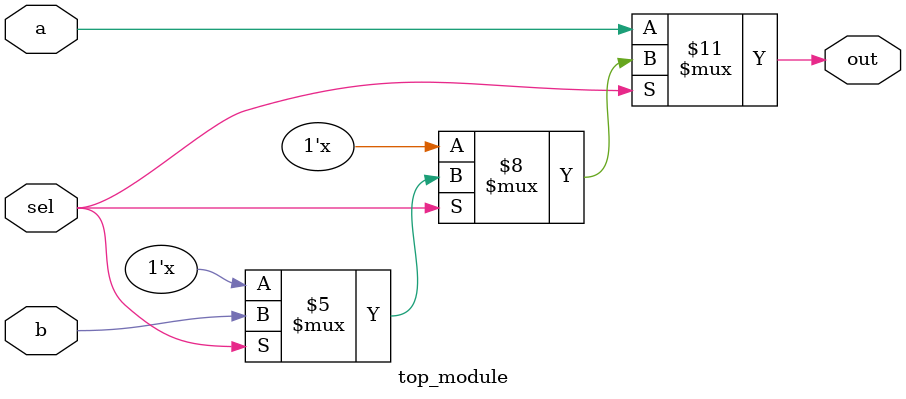
<source format=sv>
module top_module (
	input a,
	input b,
	input sel,
	output out
);

	always @(*) begin
		if (sel == 1'b0)
			out = a;
		else if (sel == 1'b1)
			out = b;
	end
endmodule

</source>
